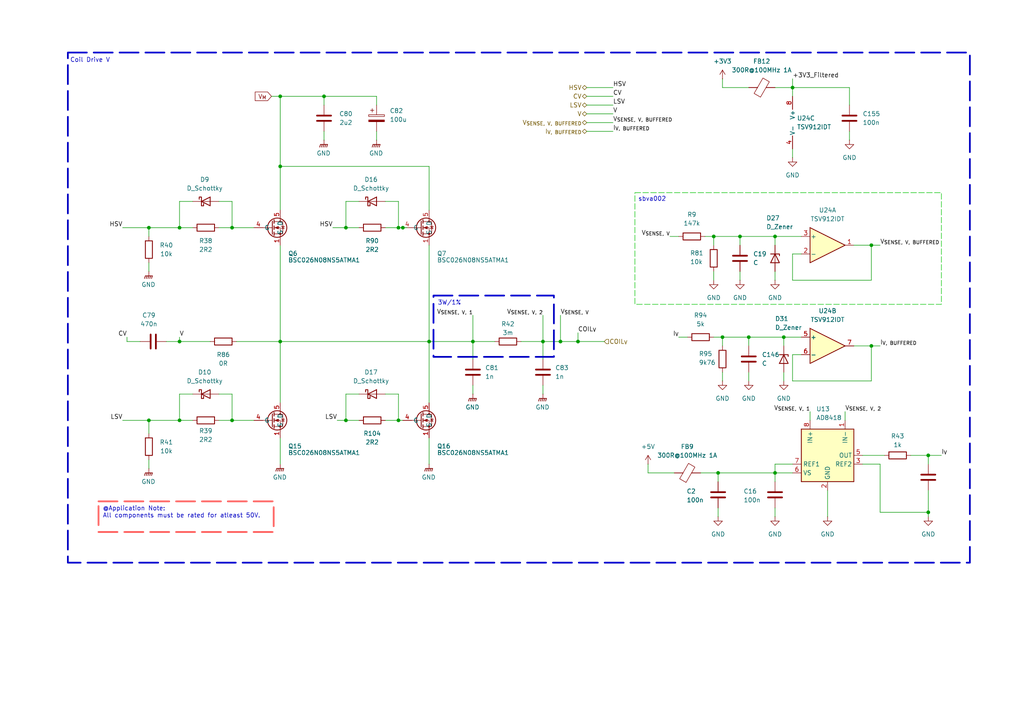
<source format=kicad_sch>
(kicad_sch (version 20231120) (generator "eeschema") (generator_version "8.0")
  (paper "A4")
  (title_block (title "HyperDrive Motor Controller") (rev "Mk. 1") (company "University of Alberta EcoCar Team"))
  (lib_symbols
    (symbol "Amplifier_Current:AD8418"
      (property "Reference" "U" (at -7.62 10.795 0))
      (property "Value" "AD8418" (at -7.62 8.89 0))
      (symbol "AD8418_0_1"
        (rectangle (start -7.62 7.62) (end 7.62 -7.62) (stroke (width 0.254)) (fill (type background)))
      )
      (symbol "AD8418_1_1"
        (pin input line (at 5.08 10.16 270) (length 2.54) (name "IN-") (number "1"))
        (pin power_in line (at 0 -10.16 90) (length 2.54) (name "GND") (number "2"))
        (pin input line (at 10.16 -2.54 180) (length 2.54) (name "REF2") (number "3"))
        (pin no_connect line (at 2.54 -7.62 90) (length 2.54) hide (name "NC") (number "4"))
        (pin output line (at 10.16 0 180) (length 2.54) (name "OUT") (number "5"))
        (pin power_in line (at -10.16 -5.08 0) (length 2.54) (name "VS") (number "6"))
        (pin input line (at -10.16 -2.54 0) (length 2.54) (name "REF1") (number "7"))
        (pin input line (at -5.08 10.16 270) (length 2.54) (name "IN+") (number "8"))
      )
    )
    (symbol "Amplifier_Operational:TSV912IDT" (pin_names (offset 0.127))
      (property "Reference" "U" (at 0 5.08 0))
      (property "Value" "TSV912IDT" (at 0 -5.08 0))
      (symbol "TSV912IDT_1_1"
        (polyline (pts (xy -5.08 5.08) (xy 5.08 0) (xy -5.08 -5.08) (xy -5.08 5.08)) (stroke (width 0.254)) (fill (type background)))
        (pin output line (at 7.62 0 180) (length 2.54) (name "~") (number "1"))
        (pin input line (at -7.62 -2.54 0) (length 2.54) (name "-") (number "2"))
        (pin input line (at -7.62 2.54 0) (length 2.54) (name "+") (number "3"))
      )
      (symbol "TSV912IDT_2_1"
        (polyline (pts (xy -5.08 5.08) (xy 5.08 0) (xy -5.08 -5.08) (xy -5.08 5.08)) (stroke (width 0.254)) (fill (type background)))
        (pin input line (at -7.62 2.54 0) (length 2.54) (name "+") (number "5"))
        (pin input line (at -7.62 -2.54 0) (length 2.54) (name "-") (number "6"))
        (pin output line (at 7.62 0 180) (length 2.54) (name "~") (number "7"))
      )
      (symbol "TSV912IDT_3_1"
        (pin power_in line (at -2.54 -7.62 90) (length 3.81) (name "V-") (number "4"))
        (pin power_in line (at -2.54 7.62 270) (length 3.81) (name "V+") (number "8"))
      )
    )
    (symbol "Device:C" (pin_numbers hide) (pin_names (offset 0.254))
      (property "Reference" "C" (at 0.635 2.54 0))
      (property "Value" "C" (at 0.635 -2.54 0))
      (symbol "C_0_1"
        (polyline (pts (xy -2.032 -0.762) (xy 2.032 -0.762)) (stroke (width 0.508)))
        (polyline (pts (xy -2.032 0.762) (xy 2.032 0.762)) (stroke (width 0.508)))
      )
      (symbol "C_1_1"
        (pin passive line (at 0 3.81 270) (length 2.794) (name "~") (number "1"))
        (pin passive line (at 0 -3.81 90) (length 2.794) (name "~") (number "2"))
      )
    )
    (symbol "Device:C_Polarized" (pin_numbers hide) (pin_names (offset 0.254))
      (property "Reference" "C" (at 0.635 2.54 0))
      (property "Value" "C_Polarized" (at 0.635 -2.54 0))
      (symbol "C_Polarized_0_1"
        (rectangle (start -2.286 0.508) (end 2.286 1.016))
        (polyline (pts (xy -1.778 2.286) (xy -0.762 2.286)))
        (polyline (pts (xy -1.27 2.794) (xy -1.27 1.778)))
        (rectangle (start 2.286 -0.508) (end -2.286 -1.016) (fill (type outline)))
      )
      (symbol "C_Polarized_1_1"
        (pin passive line (at 0 3.81 270) (length 2.794) (name "~") (number "1"))
        (pin passive line (at 0 -3.81 90) (length 2.794) (name "~") (number "2"))
      )
    )
    (symbol "Device:D_Schottky" (pin_numbers hide) (pin_names (offset 1.016) hide)
      (property "Reference" "D" (at 0 2.54 0))
      (property "Value" "D_Schottky" (at 0 -2.54 0))
      (symbol "D_Schottky_0_1"
        (polyline (pts (xy 1.27 0) (xy -1.27 0)))
        (polyline (pts (xy 1.27 1.27) (xy 1.27 -1.27) (xy -1.27 0) (xy 1.27 1.27)) (stroke (width 0.254)))
        (polyline (pts (xy -1.905 0.635) (xy -1.905 1.27) (xy -1.27 1.27) (xy -1.27 -1.27) (xy -0.635 -1.27) (xy -0.635 -0.635)) (stroke (width 0.254)))
      )
      (symbol "D_Schottky_1_1"
        (pin passive line (at -3.81 0 0) (length 2.54) (name "K") (number "1"))
        (pin passive line (at 3.81 0 180) (length 2.54) (name "A") (number "2"))
      )
    )
    (symbol "Device:D_Zener" (pin_numbers hide) (pin_names (offset 1.016) hide)
      (property "Reference" "D" (at 0 2.54 0))
      (property "Value" "D_Zener" (at 0 -2.54 0))
      (symbol "D_Zener_0_1"
        (polyline (pts (xy 1.27 0) (xy -1.27 0)))
        (polyline (pts (xy -1.27 -1.27) (xy -1.27 1.27) (xy -0.762 1.27)) (stroke (width 0.254)))
        (polyline (pts (xy 1.27 -1.27) (xy 1.27 1.27) (xy -1.27 0) (xy 1.27 -1.27)) (stroke (width 0.254)))
      )
      (symbol "D_Zener_1_1"
        (pin passive line (at -3.81 0 0) (length 2.54) (name "K") (number "1"))
        (pin passive line (at 3.81 0 180) (length 2.54) (name "A") (number "2"))
      )
    )
    (symbol "Device:FerriteBead" (pin_numbers hide) (pin_names (offset 0))
      (property "Reference" "FB" (at -3.81 0.635 90))
      (property "Value" "FerriteBead" (at 3.81 0 90))
      (symbol "FerriteBead_0_1"
        (polyline (pts (xy 0 -1.27) (xy 0 -1.2192)))
        (polyline (pts (xy 0 1.27) (xy 0 1.2954)))
        (polyline (pts (xy -2.7686 0.4064) (xy -1.7018 2.2606) (xy 2.7686 -0.3048) (xy 1.6764 -2.159) (xy -2.7686 0.4064)))
      )
      (symbol "FerriteBead_1_1"
        (pin passive line (at 0 3.81 270) (length 2.54) (name "~") (number "1"))
        (pin passive line (at 0 -3.81 90) (length 2.54) (name "~") (number "2"))
      )
    )
    (symbol "Device:R" (pin_numbers hide) (pin_names (offset 0))
      (property "Reference" "R" (at 2.032 0 90))
      (property "Value" "R" (at 0 0 90))
      (symbol "R_0_1"
        (rectangle (start -1.016 -2.54) (end 1.016 2.54) (stroke (width 0.254)))
      )
      (symbol "R_1_1"
        (pin passive line (at 0 3.81 270) (length 1.27) (name "~") (number "1"))
        (pin passive line (at 0 -3.81 90) (length 1.27) (name "~") (number "2"))
      )
    )
    (symbol "ecocad:5 pin NMOS"
      (property "Reference" "Q" (at -6.35 6.35 0))
      (symbol "5 pin NMOS_0_1"
        (circle (center -0.889 0) (radius 2.794) (stroke (width 0.254)))
        (circle (center 0 -1.778) (radius 0.254) (fill (type outline)))
        (polyline (pts (xy -2.286 0) (xy -5.08 0)))
        (polyline (pts (xy -2.286 1.905) (xy -2.286 -1.905)) (stroke (width 0.254)))
        (polyline (pts (xy -1.778 -1.27) (xy -1.778 -2.286)) (stroke (width 0.254)))
        (polyline (pts (xy -1.778 0.508) (xy -1.778 -0.508)) (stroke (width 0.254)))
        (polyline (pts (xy -1.778 2.286) (xy -1.778 1.27)) (stroke (width 0.254)))
        (polyline (pts (xy 0 2.54) (xy 0 1.778)))
        (polyline (pts (xy 0 -2.54) (xy 0 0) (xy -1.778 0)))
        (polyline (pts (xy -1.778 -1.778) (xy 0.762 -1.778) (xy 0.762 1.778) (xy -1.778 1.778)))
        (polyline (pts (xy -1.524 0) (xy -0.508 0.381) (xy -0.508 -0.381) (xy -1.524 0)) (fill (type outline)))
        (polyline (pts (xy 0.254 0.508) (xy 0.381 0.381) (xy 1.143 0.381) (xy 1.27 0.254)))
        (polyline (pts (xy 0.762 0.381) (xy 0.381 -0.254) (xy 1.143 -0.254) (xy 0.762 0.381)))
        (circle (center 0 1.778) (radius 0.254) (fill (type outline)))
      )
      (symbol "5 pin NMOS_1_1"
        (pin passive line (at 0 -5.08 90) (length 2.54) (name "S") (number "1"))
        (pin passive line (at 0 -5.08 90) (length 2.54) hide (name "S") (number "2"))
        (pin passive line (at 0 -5.08 90) (length 2.54) hide (name "S") (number "3"))
        (pin input line (at -7.62 0 0) (length 2.54) (name "G") (number "4"))
        (pin passive line (at 0 5.08 270) (length 2.54) (name "D") (number "5"))
      )
    )
    (symbol "power:+3V3" (power) (pin_numbers hide) (pin_names (offset 0) hide)
      (property "Value" "+3V3" (at 0 3.556 0))
      (symbol "+3V3_0_1"
        (polyline (pts (xy -0.762 1.27) (xy 0 2.54)))
        (polyline (pts (xy 0 0) (xy 0 2.54)))
        (polyline (pts (xy 0 2.54) (xy 0.762 1.27)))
      )
      (symbol "+3V3_1_1"
        (pin power_in line (at 0 0 90) (length 0) (name "~") (number "1"))
      )
    )
    (symbol "power:+5V" (power) (pin_numbers hide) (pin_names (offset 0) hide)
      (property "Value" "+5V" (at 0 3.556 0))
      (symbol "+5V_0_1"
        (polyline (pts (xy -0.762 1.27) (xy 0 2.54)))
        (polyline (pts (xy 0 0) (xy 0 2.54)))
        (polyline (pts (xy 0 2.54) (xy 0.762 1.27)))
      )
      (symbol "+5V_1_1"
        (pin power_in line (at 0 0 90) (length 0) (name "~") (number "1"))
      )
    )
    (symbol "power:GND" (power) (pin_numbers hide) (pin_names (offset 0) hide)
      (property "Value" "GND" (at 0 -3.81 0))
      (symbol "GND_0_1"
        (polyline (pts (xy 0 0) (xy 0 -1.27) (xy 1.27 -1.27) (xy 0 -2.54) (xy -1.27 -1.27) (xy 0 -1.27)))
      )
      (symbol "GND_1_1"
        (pin power_in line (at 0 0 270) (length 0) (name "~") (number "1"))
      )
    )
    (symbol "power:GNDPWR" (power) (pin_numbers hide) (pin_names (offset 0) hide)
      (property "Value" "GNDPWR" (at 0 -3.302 0))
      (symbol "GNDPWR_0_1"
        (polyline (pts (xy 0 -1.27) (xy 0 0)))
        (polyline (pts (xy -1.016 -1.27) (xy -1.27 -2.032) (xy -1.27 -2.032)) (stroke (width 0.2032)))
        (polyline (pts (xy -0.508 -1.27) (xy -0.762 -2.032) (xy -0.762 -2.032)) (stroke (width 0.2032)))
        (polyline (pts (xy 0 -1.27) (xy -0.254 -2.032) (xy -0.254 -2.032)) (stroke (width 0.2032)))
        (polyline (pts (xy 0.508 -1.27) (xy 0.254 -2.032) (xy 0.254 -2.032)) (stroke (width 0.2032)))
        (polyline (pts (xy 1.016 -1.27) (xy -1.016 -1.27) (xy -1.016 -1.27)) (stroke (width 0.2032)))
        (polyline (pts (xy 1.016 -1.27) (xy 0.762 -2.032) (xy 0.762 -2.032) (xy 0.762 -2.032)) (stroke (width 0.2032)))
      )
      (symbol "GNDPWR_1_1"
        (pin power_in line (at 0 0 270) (length 0) (name "~") (number "1"))
      )
    )
  )
  (junction (at 115.57 66.04))
  (junction (at 81.28 48.26))
  (junction (at 224.79 137.16))
  (junction (at 81.28 99.06))
  (junction (at 252.73 71.12))
  (junction (at 217.17 97.79))
  (junction (at 116.84 66.04))
  (junction (at 100.33 121.92))
  (junction (at 229.87 25.4))
  (junction (at 52.07 66.04))
  (junction (at 269.24 132.08))
  (junction (at 93.98 27.94))
  (junction (at 137.16 99.06))
  (junction (at 67.31 66.04))
  (junction (at 124.46 99.06))
  (junction (at 207.01 68.58))
  (junction (at 269.24 148.59))
  (junction (at 43.18 66.04))
  (junction (at 162.56 99.06))
  (junction (at 52.07 121.92))
  (junction (at 209.55 97.79))
  (junction (at 115.57 121.92))
  (junction (at 52.07 99.06))
  (junction (at 208.28 137.16))
  (junction (at 81.28 27.94))
  (junction (at 100.33 66.04))
  (junction (at 214.63 68.58))
  (junction (at 227.33 97.79))
  (junction (at 224.79 68.58))
  (junction (at 157.48 99.06))
  (junction (at 43.18 121.92))
  (junction (at 252.73 100.33))
  (junction (at 167.64 99.06))
  (junction (at 67.31 121.92))
  (wire (pts (xy 207.01 68.58) (xy 214.63 68.58)))
  (wire (pts (xy 124.46 48.26) (xy 81.28 48.26)))
  (wire (pts (xy 43.18 66.04) (xy 43.18 68.58)))
  (wire (pts (xy 170.18 38.1) (xy 177.8 38.1)))
  (wire (pts (xy 167.64 96.52) (xy 167.64 99.06)))
  (wire (pts (xy 273.05 132.08) (xy 269.24 132.08)))
  (wire (pts (xy 67.31 114.3) (xy 67.31 121.92)))
  (wire (pts (xy 35.56 121.92) (xy 43.18 121.92)))
  (wire (pts (xy 250.19 134.62) (xy 255.27 134.62)))
  (wire (pts (xy 100.33 58.42) (xy 100.33 66.04)))
  (wire (pts (xy 170.18 35.56) (xy 177.8 35.56)))
  (wire (pts (xy 55.88 114.3) (xy 52.07 114.3)))
  (wire (pts (xy 245.11 119.38) (xy 245.11 121.92)))
  (wire (pts (xy 224.79 25.4) (xy 229.87 25.4)))
  (wire (pts (xy 81.28 99.06) (xy 124.46 99.06)))
  (wire (pts (xy 229.87 22.86) (xy 229.87 25.4)))
  (wire (pts (xy 209.55 97.79) (xy 209.55 100.33)))
  (wire (pts (xy 111.76 58.42) (xy 115.57 58.42)))
  (wire (pts (xy 43.18 121.92) (xy 52.07 121.92)))
  (wire (pts (xy 229.87 110.49) (xy 252.73 110.49)))
  (wire (pts (xy 247.65 71.12) (xy 252.73 71.12)))
  (wire (pts (xy 250.19 132.08) (xy 256.54 132.08)))
  (wire (pts (xy 207.01 68.58) (xy 207.01 71.12)))
  (wire (pts (xy 227.33 97.79) (xy 232.41 97.79)))
  (wire (pts (xy 269.24 148.59) (xy 269.24 149.86)))
  (wire (pts (xy 196.85 97.79) (xy 199.39 97.79)))
  (wire (pts (xy 52.07 97.79) (xy 52.07 99.06)))
  (wire (pts (xy 246.38 38.1) (xy 246.38 40.64)))
  (wire (pts (xy 170.18 30.48) (xy 177.8 30.48)))
  (wire (pts (xy 157.48 111.76) (xy 157.48 114.3)))
  (wire (pts (xy 115.57 66.04) (xy 116.84 66.04)))
  (wire (pts (xy 214.63 68.58) (xy 214.63 71.12)))
  (wire (pts (xy 269.24 142.24) (xy 269.24 148.59)))
  (wire (pts (xy 162.56 91.44) (xy 162.56 99.06)))
  (wire (pts (xy 170.18 27.94) (xy 177.8 27.94)))
  (wire (pts (xy 167.64 99.06) (xy 175.26 99.06)))
  (wire (pts (xy 157.48 91.44) (xy 157.48 99.06)))
  (wire (pts (xy 232.41 73.66) (xy 229.87 73.66)))
  (wire (pts (xy 63.5 58.42) (xy 67.31 58.42)))
  (wire (pts (xy 67.31 66.04) (xy 73.66 66.04)))
  (wire (pts (xy 224.79 68.58) (xy 232.41 68.58)))
  (wire (pts (xy 227.33 97.79) (xy 227.33 100.33)))
  (wire (pts (xy 187.96 134.62) (xy 187.96 137.16)))
  (wire (pts (xy 229.87 134.62) (xy 224.79 134.62)))
  (wire (pts (xy 208.28 137.16) (xy 224.79 137.16)))
  (wire (pts (xy 36.83 99.06) (xy 40.64 99.06)))
  (wire (pts (xy 81.28 27.94) (xy 81.28 48.26)))
  (wire (pts (xy 246.38 25.4) (xy 229.87 25.4)))
  (wire (pts (xy 252.73 81.28) (xy 252.73 71.12)))
  (wire (pts (xy 234.95 119.38) (xy 234.95 121.92)))
  (wire (pts (xy 115.57 121.92) (xy 116.84 121.92)))
  (wire (pts (xy 209.55 97.79) (xy 217.17 97.79)))
  (wire (pts (xy 209.55 25.4) (xy 217.17 25.4)))
  (wire (pts (xy 194.31 68.58) (xy 196.85 68.58)))
  (wire (pts (xy 81.28 71.12) (xy 81.28 99.06)))
  (wire (pts (xy 246.38 30.48) (xy 246.38 25.4)))
  (wire (pts (xy 208.28 147.32) (xy 208.28 149.86)))
  (wire (pts (xy 68.58 99.06) (xy 81.28 99.06)))
  (wire (pts (xy 81.28 127) (xy 81.28 134.62)))
  (wire (pts (xy 104.14 114.3) (xy 100.33 114.3)))
  (wire (pts (xy 93.98 27.94) (xy 93.98 30.48)))
  (wire (pts (xy 67.31 58.42) (xy 67.31 66.04)))
  (wire (pts (xy 204.47 68.58) (xy 207.01 68.58)))
  (wire (pts (xy 124.46 99.06) (xy 137.16 99.06)))
  (wire (pts (xy 214.63 78.74) (xy 214.63 81.28)))
  (wire (pts (xy 224.79 68.58) (xy 224.79 71.12)))
  (wire (pts (xy 269.24 132.08) (xy 264.16 132.08)))
  (wire (pts (xy 137.16 111.76) (xy 137.16 114.3)))
  (wire (pts (xy 207.01 78.74) (xy 207.01 81.28)))
  (wire (pts (xy 229.87 81.28) (xy 252.73 81.28)))
  (wire (pts (xy 52.07 58.42) (xy 52.07 66.04)))
  (wire (pts (xy 109.22 38.1) (xy 109.22 40.64)))
  (wire (pts (xy 151.13 99.06) (xy 157.48 99.06)))
  (wire (pts (xy 227.33 107.95) (xy 227.33 110.49)))
  (wire (pts (xy 100.33 121.92) (xy 104.14 121.92)))
  (wire (pts (xy 109.22 27.94) (xy 109.22 30.48)))
  (wire (pts (xy 240.03 142.24) (xy 240.03 149.86)))
  (wire (pts (xy 224.79 78.74) (xy 224.79 81.28)))
  (wire (pts (xy 208.28 137.16) (xy 208.28 139.7)))
  (wire (pts (xy 100.33 114.3) (xy 100.33 121.92)))
  (wire (pts (xy 207.01 97.79) (xy 209.55 97.79)))
  (wire (pts (xy 81.28 48.26) (xy 81.28 60.96)))
  (wire (pts (xy 229.87 73.66) (xy 229.87 81.28)))
  (wire (pts (xy 100.33 66.04) (xy 104.14 66.04)))
  (wire (pts (xy 35.56 66.04) (xy 43.18 66.04)))
  (wire (pts (xy 255.27 134.62) (xy 255.27 148.59)))
  (wire (pts (xy 67.31 121.92) (xy 73.66 121.92)))
  (wire (pts (xy 124.46 99.06) (xy 124.46 116.84)))
  (wire (pts (xy 229.87 43.18) (xy 229.87 45.72)))
  (wire (pts (xy 269.24 132.08) (xy 269.24 134.62)))
  (wire (pts (xy 229.87 102.87) (xy 229.87 110.49)))
  (wire (pts (xy 111.76 121.92) (xy 115.57 121.92)))
  (wire (pts (xy 252.73 100.33) (xy 255.27 100.33)))
  (wire (pts (xy 115.57 58.42) (xy 115.57 66.04)))
  (wire (pts (xy 217.17 97.79) (xy 217.17 100.33)))
  (wire (pts (xy 52.07 66.04) (xy 55.88 66.04)))
  (wire (pts (xy 124.46 60.96) (xy 124.46 48.26)))
  (wire (pts (xy 252.73 71.12) (xy 255.27 71.12)))
  (wire (pts (xy 217.17 97.79) (xy 227.33 97.79)))
  (wire (pts (xy 224.79 134.62) (xy 224.79 137.16)))
  (wire (pts (xy 93.98 27.94) (xy 109.22 27.94)))
  (wire (pts (xy 43.18 121.92) (xy 43.18 125.73)))
  (wire (pts (xy 170.18 25.4) (xy 177.8 25.4)))
  (wire (pts (xy 93.98 38.1) (xy 93.98 40.64)))
  (wire (pts (xy 111.76 66.04) (xy 115.57 66.04)))
  (wire (pts (xy 229.87 102.87) (xy 232.41 102.87)))
  (wire (pts (xy 43.18 76.2) (xy 43.18 78.74)))
  (wire (pts (xy 52.07 121.92) (xy 55.88 121.92)))
  (wire (pts (xy 214.63 68.58) (xy 224.79 68.58)))
  (wire (pts (xy 81.28 27.94) (xy 93.98 27.94)))
  (wire (pts (xy 137.16 99.06) (xy 137.16 104.14)))
  (wire (pts (xy 118.11 66.04) (xy 116.84 66.04)))
  (wire (pts (xy 252.73 100.33) (xy 247.65 100.33)))
  (wire (pts (xy 162.56 99.06) (xy 157.48 99.06)))
  (wire (pts (xy 111.76 114.3) (xy 115.57 114.3)))
  (wire (pts (xy 52.07 99.06) (xy 60.96 99.06)))
  (wire (pts (xy 203.2 137.16) (xy 208.28 137.16)))
  (wire (pts (xy 224.79 137.16) (xy 229.87 137.16)))
  (wire (pts (xy 104.14 58.42) (xy 100.33 58.42)))
  (wire (pts (xy 48.26 99.06) (xy 52.07 99.06)))
  (wire (pts (xy 224.79 147.32) (xy 224.79 149.86)))
  (wire (pts (xy 43.18 66.04) (xy 52.07 66.04)))
  (wire (pts (xy 36.83 97.79) (xy 36.83 99.06)))
  (wire (pts (xy 217.17 107.95) (xy 217.17 110.49)))
  (wire (pts (xy 81.28 27.94) (xy 78.74 27.94)))
  (wire (pts (xy 167.64 99.06) (xy 162.56 99.06)))
  (wire (pts (xy 252.73 110.49) (xy 252.73 100.33)))
  (wire (pts (xy 124.46 71.12) (xy 124.46 99.06)))
  (wire (pts (xy 255.27 148.59) (xy 269.24 148.59)))
  (wire (pts (xy 52.07 114.3) (xy 52.07 121.92)))
  (wire (pts (xy 67.31 66.04) (xy 63.5 66.04)))
  (wire (pts (xy 224.79 139.7) (xy 224.79 137.16)))
  (wire (pts (xy 137.16 99.06) (xy 143.51 99.06)))
  (wire (pts (xy 209.55 107.95) (xy 209.55 110.49)))
  (wire (pts (xy 187.96 137.16) (xy 195.58 137.16)))
  (wire (pts (xy 229.87 25.4) (xy 229.87 27.94)))
  (wire (pts (xy 157.48 99.06) (xy 157.48 104.14)))
  (wire (pts (xy 63.5 121.92) (xy 67.31 121.92)))
  (wire (pts (xy 81.28 99.06) (xy 81.28 116.84)))
  (wire (pts (xy 170.18 33.02) (xy 177.8 33.02)))
  (wire (pts (xy 97.79 121.92) (xy 100.33 121.92)))
  (wire (pts (xy 63.5 114.3) (xy 67.31 114.3)))
  (wire (pts (xy 137.16 91.44) (xy 137.16 99.06)))
  (wire (pts (xy 43.18 133.35) (xy 43.18 135.89)))
  (wire (pts (xy 55.88 58.42) (xy 52.07 58.42)))
  (wire (pts (xy 209.55 22.86) (xy 209.55 25.4)))
  (wire (pts (xy 124.46 127) (xy 124.46 134.62)))
  (wire (pts (xy 115.57 114.3) (xy 115.57 121.92)))
  (wire (pts (xy 96.52 66.04) (xy 100.33 66.04)))
  (rectangle (start 19.685 15.24) (end 281.305 163.195) (stroke (width 0.5) (type dash)))
  (text_box "sbva002" (at 184.15 55.88 0) (size 88.9 32.385) (stroke (width 0) (type dash) (color 0 194 0 1)) (effects (font (size 1.27 1.27)) (justify left top)))
  (text_box "@Application Note:\nAll components must be rated for atleast 50V." (at 28.575 145.415 0) (size 50.8 8.89) (stroke (width 0.5) (type dash) (color 255 88 86 1)) (effects (font (size 1.27 1.27)) (justify left top)))
  (text_box "3W/1%" (at 125.73 85.725 0) (size 34.925 17.78) (stroke (width 0.5) (type dash)) (effects (font (size 1.27 1.27)) (justify left top)))
  (text "Coil Drive V" (at 20.32 17.526 0) (effects (font (size 1.27 1.27)) (justify left)))
  (label "HSV" (at 96.52 66.04 180))
  (label "LSV" (at 177.8 30.48 0))
  (label "V" (at 177.8 33.02 0))
  (label "V" (at 52.07 97.79 0))
  (label "V_{SENSE, V, 1}" (at 234.95 119.38 180))
  (label "V_{SENSE, V, BUFFERED}" (at 255.27 71.12 0))
  (label "V_{SENSE, V}" (at 194.31 68.58 180))
  (label "V_{SENSE, V, 2}" (at 245.11 119.38 0))
  (label "HSV" (at 35.56 66.04 180))
  (label "V_{SENSE, V}" (at 162.56 91.44 0))
  (label "I_{V}" (at 273.05 132.08 0))
  (label "CV" (at 36.83 97.79 180))
  (label "HSV" (at 177.8 25.4 0))
  (label "I_{V, BUFFERED}" (at 255.27 100.33 0))
  (label "V_{SENSE, V, 2}" (at 157.48 91.44 180))
  (label "LSV" (at 35.56 121.92 180))
  (label "CV" (at 177.8 27.94 0))
  (label "COIL_{V}" (at 167.64 96.52 0))
  (label "I_{V, BUFFERED}" (at 177.8 38.1 0))
  (label "V_{SENSE, V, 1}" (at 137.16 91.44 180))
  (label "LSV" (at 97.79 121.92 180))
  (label "V_{SENSE, V, BUFFERED}" (at 177.8 35.56 0))
  (label "+3V3_Filtered" (at 229.87 22.86 0))
  (label "I_{V}" (at 196.85 97.79 180))
  (global_label "V_{M}" (shape input) (at 78.74 27.94 180) (property "Intersheetrefs" "${INTERSHEET_REFS}" (effects (hide yes))))
  (hierarchical_label "V" (shape bidirectional) (at 170.18 33.02 180))
  (hierarchical_label "I_{V, BUFFERED}" (shape bidirectional) (at 170.18 38.1 180))
  (hierarchical_label "CV" (shape bidirectional) (at 170.18 27.94 180))
  (hierarchical_label "V_{SENSE, V, BUFFERED}" (shape bidirectional) (at 170.18 35.56 180))
  (hierarchical_label "HSV" (shape bidirectional) (at 170.18 25.4 180))
  (hierarchical_label "LSV" (shape bidirectional) (at 170.18 30.48 180))
  (hierarchical_label "COIL_{V}" (shape input) (at 175.26 99.06 0))
  (symbol (lib_id "Device:D_Schottky") (at 59.69 58.42 0) (unit 1)
    (property "Reference" "D9" (at 59.3725 52.07 0))
    (property "Value" "D_Schottky" (at 59.3725 54.61 0))
    (property "Description" "Schottky diode" (effects (hide yes)))
  )
  (symbol (lib_id "Device:R") (at 107.95 66.04 90) (unit 1)
    (property "Reference" "R90" (at 107.95 69.85 90))
    (property "Value" "2R2" (at 107.95 72.39 90))
    (property "Footprint" "Resistor_SMD:R_0603_1608Metric" (effects (hide yes)))
    (property "Description" "Resistor" (effects (hide yes)))
  )
  (symbol (lib_id "power:GNDPWR") (at 124.46 134.62 0) (unit 1)
    (property "Reference" "#PWR0239" (effects (hide yes)))
    (property "Value" "GND" (at 124.333 138.43 0))
    (property "Description" "Power symbol creates a global label with name \"GNDPWR\" , global ground" (effects (hide yes)))
  )
  (symbol (lib_id "power:GND") (at 224.79 81.28 0) (unit 1)
    (property "Reference" "#PWR0224" (effects (hide yes)))
    (property "Value" "GND" (at 224.79 86.36 0))
    (property "Description" "Power symbol creates a global label with name \"GND\" , ground" (effects (hide yes)))
  )
  (symbol (lib_id "Device:C") (at 208.28 143.51 0) (unit 1)
    (property "Reference" "C2" (at 199.136 142.494 0) (effects (justify left)))
    (property "Value" "100n" (at 199.136 145.034 0) (effects (justify left)))
    (property "Footprint" "Capacitor_SMD:C_0603_1608Metric" (effects (hide yes)))
    (property "Description" "Unpolarized capacitor" (effects (hide yes)))
  )
  (symbol (lib_id "Device:FerriteBead") (at 220.98 25.4 90) (unit 1)
    (property "Reference" "FB12" (at 220.9292 17.78 90))
    (property "Value" "300R@100MHz 1A" (at 220.9292 20.32 90))
    (property "Footprint" "Inductor_SMD:L_0603_1608Metric" (effects (hide yes)))
    (property "Description" "Ferrite bead" (effects (hide yes)))
  )
  (symbol (lib_id "power:GNDPWR") (at 137.16 114.3 0) (unit 1)
    (property "Reference" "#PWR0122" (effects (hide yes)))
    (property "Value" "GND" (at 137.033 118.11 0))
    (property "Description" "Power symbol creates a global label with name \"GNDPWR\" , global ground" (effects (hide yes)))
  )
  (symbol (lib_id "Device:C") (at 224.79 143.51 0) (unit 1)
    (property "Reference" "C16" (at 215.646 142.494 0) (effects (justify left)))
    (property "Value" "100n" (at 215.646 145.034 0) (effects (justify left)))
    (property "Footprint" "Capacitor_SMD:C_0603_1608Metric" (effects (hide yes)))
    (property "Description" "Unpolarized capacitor" (effects (hide yes)))
  )
  (symbol (lib_id "Device:R") (at 64.77 99.06 90) (unit 1)
    (property "Reference" "R86" (at 64.77 102.87 90))
    (property "Value" "0R" (at 64.77 105.41 90))
    (property "Footprint" "Resistor_SMD:R_0603_1608Metric" (effects (hide yes)))
    (property "Description" "Resistor" (effects (hide yes)))
  )
  (symbol (lib_id "Device:R") (at 59.69 121.92 90) (unit 1)
    (property "Reference" "R39" (at 59.69 124.968 90))
    (property "Value" "2R2" (at 59.69 127.508 90))
    (property "Footprint" "Resistor_SMD:R_0603_1608Metric" (effects (hide yes)))
    (property "Description" "Resistor" (effects (hide yes)))
  )
  (symbol (lib_id "Amplifier_Operational:TSV912IDT") (at 232.41 35.56 0) (unit 3)
    (property "Reference" "U24" (at 231.14 34.2899 0) (effects (justify left)))
    (property "Value" "TSV912IDT" (at 231.14 36.8299 0) (effects (justify left)))
    (property "Footprint" "Package_SO:SOIC-8_3.9x4.9mm_P1.27mm" (effects (hide yes)))
    (property "Datasheet" "www.st.com/resource/en/datasheet/tsv911.pdf" (effects (hide yes)))
    (property "Description" "Dual rail-to-rail input/output 8 MHz operational amplifiers, SOIC-8" (effects (hide yes)))
    (property "DK#" "497-8165-1-ND" (effects (hide yes)))
  )
  (symbol (lib_id "ecocad:5 pin NMOS") (at 81.28 121.92 0) (unit 1)
    (property "Reference" "Q15" (at 83.566 129.4129 0) (effects (justify left)))
    (property "Value" "BSC026N08NS5ATMA1" (at 83.566 131.318 0) (effects (justify left)))
    (property "Footprint" "Package_SON:Infineon_PG-TDSON-8_6.15x5.15mm" (effects (hide yes)))
    (property "Datasheet" "https://www.infineon.com/dgdl/Infineon-BSC026N08NS5-DS-v02_01-EN.pdf?fileId=5546d4624ad04ef9014ae2eace7629e0" (effects (hide yes)))
    (property "DK#" "BSC026N08NS5ATMA1CT-ND" (effects (hide yes)))
  )
  (symbol (lib_id "Device:D_Schottky") (at 59.69 114.3 0) (unit 1)
    (property "Reference" "D10" (at 59.3725 107.95 0))
    (property "Value" "D_Schottky" (at 59.3725 110.49 0))
    (property "Description" "Schottky diode" (effects (hide yes)))
  )
  (symbol (lib_id "power:GNDPWR") (at 43.18 135.89 0) (unit 1)
    (property "Reference" "#PWR0117" (effects (hide yes)))
    (property "Value" "GND" (at 43.053 139.7 0))
    (property "Description" "Power symbol creates a global label with name \"GNDPWR\" , global ground" (effects (hide yes)))
  )
  (symbol (lib_id "Device:R") (at 209.55 104.14 180) (unit 1)
    (property "Reference" "R95" (at 202.692 102.616 0) (effects (justify right)))
    (property "Value" "9k76" (at 202.692 105.156 0) (effects (justify right)))
    (property "Footprint" "Resistor_SMD:R_0603_1608Metric" (effects (hide yes)))
    (property "Description" "Resistor" (effects (hide yes)))
  )
  (symbol (lib_id "Amplifier_Operational:TSV912IDT") (at 240.03 71.12 0) (unit 1)
    (property "Reference" "U24" (at 240.03 60.96 0))
    (property "Value" "TSV912IDT" (at 240.03 63.5 0))
    (property "Footprint" "Package_SO:SOIC-8_3.9x4.9mm_P1.27mm" (effects (hide yes)))
    (property "Datasheet" "www.st.com/resource/en/datasheet/tsv911.pdf" (effects (hide yes)))
    (property "Description" "Dual rail-to-rail input/output 8 MHz operational amplifiers, SOIC-8" (effects (hide yes)))
    (property "DK#" "497-8165-1-ND" (effects (hide yes)))
  )
  (symbol (lib_id "Device:C_Polarized") (at 109.22 34.29 0) (unit 1)
    (property "Reference" "C82" (at 113.03 32.1309 0) (effects (justify left)))
    (property "Value" "100u" (at 113.03 34.6709 0) (effects (justify left)))
    (property "Footprint" "Capacitor_SMD:CP_Elec_10x10" (effects (hide yes)))
    (property "Description" "Polarized capacitor" (effects (hide yes)))
    (property "DK#" "565-2511-1-ND" (effects (hide yes)))
  )
  (symbol (lib_id "Device:D_Zener") (at 224.79 74.93 270) (unit 1)
    (property "Reference" "D27" (at 222.25 63.246 90) (effects (justify left)))
    (property "Value" "D_Zener" (at 222.25 65.786 90) (effects (justify left)))
    (property "Description" "Zener diode" (effects (hide yes)))
  )
  (symbol (lib_id "Device:R") (at 59.69 66.04 90) (unit 1)
    (property "Reference" "R38" (at 59.69 69.85 90))
    (property "Value" "2R2" (at 59.69 72.39 90))
    (property "Footprint" "Resistor_SMD:R_0603_1608Metric" (effects (hide yes)))
    (property "Description" "Resistor" (effects (hide yes)))
  )
  (symbol (lib_id "ecocad:5 pin NMOS") (at 81.28 66.04 0) (unit 1)
    (property "Reference" "Q6" (at 83.566 73.5329 0) (effects (justify left)))
    (property "Value" "BSC026N08NS5ATMA1" (at 83.566 75.438 0) (effects (justify left)))
    (property "Footprint" "Package_SON:Infineon_PG-TDSON-8_6.15x5.15mm" (effects (hide yes)))
    (property "Datasheet" "https://www.infineon.com/dgdl/Infineon-BSC026N08NS5-DS-v02_01-EN.pdf?fileId=5546d4624ad04ef9014ae2eace7629e0" (effects (hide yes)))
    (property "DK#" "BSC026N08NS5ATMA1CT-ND" (effects (hide yes)))
  )
  (symbol (lib_id "Device:FerriteBead") (at 199.39 137.16 90) (unit 1)
    (property "Reference" "FB9" (at 199.3392 129.54 90))
    (property "Value" "300R@100MHz 1A" (at 199.3392 132.08 90))
    (property "Footprint" "Inductor_SMD:L_0603_1608Metric" (effects (hide yes)))
    (property "Description" "Ferrite bead" (effects (hide yes)))
  )
  (symbol (lib_id "power:GND") (at 246.38 40.64 0) (unit 1)
    (property "Reference" "#PWR0269" (effects (hide yes)))
    (property "Value" "GND" (at 246.38 45.72 0))
    (property "Description" "Power symbol creates a global label with name \"GND\" , ground" (effects (hide yes)))
  )
  (symbol (lib_id "power:+3V3") (at 209.55 22.86 0) (unit 1)
    (property "Reference" "#PWR0107" (effects (hide yes)))
    (property "Value" "+3V3" (at 209.55 17.78 0))
    (property "Description" "Power symbol creates a global label with name \"+3V3\"" (effects (hide yes)))
  )
  (symbol (lib_id "Device:R") (at 43.18 72.39 180) (unit 1)
    (property "Reference" "R40" (at 48.26 71.12 0))
    (property "Value" "10k" (at 48.26 73.66 0))
    (property "Footprint" "Resistor_SMD:R_0603_1608Metric" (effects (hide yes)))
    (property "Description" "Resistor" (effects (hide yes)))
  )
  (symbol (lib_id "Device:R") (at 200.66 68.58 90) (unit 1)
    (property "Reference" "R9" (at 200.66 62.23 90))
    (property "Value" "147k" (at 200.66 64.77 90))
    (property "Footprint" "Resistor_SMD:R_0603_1608Metric" (effects (hide yes)))
    (property "Description" "Resistor" (effects (hide yes)))
  )
  (symbol (lib_id "power:GND") (at 209.55 110.49 0) (unit 1)
    (property "Reference" "#PWR0247" (effects (hide yes)))
    (property "Value" "GND" (at 209.55 115.57 0))
    (property "Description" "Power symbol creates a global label with name \"GND\" , ground" (effects (hide yes)))
  )
  (symbol (lib_id "Amplifier_Operational:TSV912IDT") (at 240.03 100.33 0) (unit 2)
    (property "Reference" "U24" (at 240.03 90.17 0))
    (property "Value" "TSV912IDT" (at 240.03 92.71 0))
    (property "Footprint" "Package_SO:SOIC-8_3.9x4.9mm_P1.27mm" (effects (hide yes)))
    (property "Datasheet" "www.st.com/resource/en/datasheet/tsv911.pdf" (effects (hide yes)))
    (property "Description" "Dual rail-to-rail input/output 8 MHz operational amplifiers, SOIC-8" (effects (hide yes)))
    (property "DK#" "497-8165-1-ND" (effects (hide yes)))
  )
  (symbol (lib_id "Device:C") (at 214.63 74.93 0) (unit 1)
    (property "Reference" "C19" (at 218.44 73.6599 0) (effects (justify left)))
    (property "Value" "C" (at 218.44 76.1999 0) (effects (justify left)))
    (property "Footprint" "Capacitor_SMD:C_0603_1608Metric" (effects (hide yes)))
    (property "Description" "Unpolarized capacitor" (effects (hide yes)))
  )
  (symbol (lib_id "ecocad:5 pin NMOS") (at 124.46 66.04 0) (unit 1)
    (property "Reference" "Q7" (at 126.746 73.5329 0) (effects (justify left)))
    (property "Value" "BSC026N08NS5ATMA1" (at 126.746 75.438 0) (effects (justify left)))
    (property "Footprint" "Package_SON:Infineon_PG-TDSON-8_6.15x5.15mm" (effects (hide yes)))
    (property "Datasheet" "https://www.infineon.com/dgdl/Infineon-BSC026N08NS5-DS-v02_01-EN.pdf?fileId=5546d4624ad04ef9014ae2eace7629e0" (effects (hide yes)))
    (property "DK#" "BSC026N08NS5ATMA1CT-ND" (effects (hide yes)))
  )
  (symbol (lib_id "Device:C") (at 44.45 99.06 270) (unit 1)
    (property "Reference" "C79" (at 43.18 91.44 90))
    (property "Value" "470n" (at 43.18 93.98 90))
    (property "Footprint" "Capacitor_SMD:C_0603_1608Metric" (effects (hide yes)))
    (property "Description" "Unpolarized capacitor" (effects (hide yes)))
  )
  (symbol (lib_id "Device:D_Schottky") (at 107.95 114.3 0) (unit 1)
    (property "Reference" "D17" (at 107.6325 107.95 0))
    (property "Value" "D_Schottky" (at 107.6325 110.49 0))
    (property "Description" "Schottky diode" (effects (hide yes)))
  )
  (symbol (lib_id "power:GND") (at 227.33 110.49 0) (unit 1)
    (property "Reference" "#PWR0249" (effects (hide yes)))
    (property "Value" "GND" (at 227.33 115.57 0))
    (property "Description" "Power symbol creates a global label with name \"GND\" , ground" (effects (hide yes)))
  )
  (symbol (lib_id "power:GND") (at 208.28 149.86 0) (unit 1)
    (property "Reference" "#PWR023" (effects (hide yes)))
    (property "Value" "GND" (at 208.28 154.94 0))
    (property "Description" "Power symbol creates a global label with name \"GND\" , ground" (effects (hide yes)))
  )
  (symbol (lib_id "power:GND") (at 269.24 149.86 0) (unit 1)
    (property "Reference" "#PWR0127" (effects (hide yes)))
    (property "Value" "GND" (at 269.24 154.94 0))
    (property "Description" "Power symbol creates a global label with name \"GND\" , ground" (effects (hide yes)))
  )
  (symbol (lib_id "power:GND") (at 224.79 149.86 0) (unit 1)
    (property "Reference" "#PWR0119" (effects (hide yes)))
    (property "Value" "GND" (at 224.79 154.94 0))
    (property "Description" "Power symbol creates a global label with name \"GND\" , ground" (effects (hide yes)))
  )
  (symbol (lib_id "Device:R") (at 207.01 74.93 180) (unit 1)
    (property "Reference" "R81" (at 200.152 73.406 0) (effects (justify right)))
    (property "Value" "10k" (at 200.152 75.946 0) (effects (justify right)))
    (property "Footprint" "Resistor_SMD:R_0603_1608Metric" (effects (hide yes)))
    (property "Description" "Resistor" (effects (hide yes)))
  )
  (symbol (lib_id "power:GNDPWR") (at 81.28 134.62 0) (unit 1)
    (property "Reference" "#PWR0120" (effects (hide yes)))
    (property "Value" "GND" (at 81.153 138.43 0))
    (property "Description" "Power symbol creates a global label with name \"GNDPWR\" , global ground" (effects (hide yes)))
  )
  (symbol (lib_id "Device:C") (at 269.24 138.43 0) (unit 1)
    (property "Reference" "C85" (effects (hide yes)))
    (property "Value" "2n2" (effects (hide yes)))
    (property "Footprint" "Capacitor_SMD:C_0603_1608Metric" (effects (hide yes)))
    (property "Description" "Unpolarized capacitor" (effects (hide yes)))
  )
  (symbol (lib_id "Device:D_Schottky") (at 107.95 58.42 0) (unit 1)
    (property "Reference" "D16" (at 107.6325 52.07 0))
    (property "Value" "D_Schottky" (at 107.6325 54.61 0))
    (property "Description" "Schottky diode" (effects (hide yes)))
  )
  (symbol (lib_id "power:GND") (at 214.63 81.28 0) (unit 1)
    (property "Reference" "#PWR0223" (effects (hide yes)))
    (property "Value" "GND" (at 214.63 86.36 0))
    (property "Description" "Power symbol creates a global label with name \"GND\" , ground" (effects (hide yes)))
  )
  (symbol (lib_id "Device:R") (at 43.18 129.54 180) (unit 1)
    (property "Reference" "R41" (at 48.26 128.27 0))
    (property "Value" "10k" (at 48.26 130.81 0))
    (property "Footprint" "Resistor_SMD:R_0603_1608Metric" (effects (hide yes)))
    (property "Description" "Resistor" (effects (hide yes)))
  )
  (symbol (lib_id "power:GNDPWR") (at 109.22 40.64 0) (unit 1)
    (property "Reference" "#PWR0123" (effects (hide yes)))
    (property "Value" "GND" (at 109.093 44.45 0))
    (property "Description" "Power symbol creates a global label with name \"GNDPWR\" , global ground" (effects (hide yes)))
  )
  (symbol (lib_id "power:GND") (at 217.17 110.49 0) (unit 1)
    (property "Reference" "#PWR0248" (effects (hide yes)))
    (property "Value" "GND" (at 217.17 115.57 0))
    (property "Description" "Power symbol creates a global label with name \"GND\" , ground" (effects (hide yes)))
  )
  (symbol (lib_id "Device:R") (at 107.95 121.92 90) (unit 1)
    (property "Reference" "R104" (at 107.95 125.73 90))
    (property "Value" "2R2" (at 107.95 128.27 90))
    (property "Footprint" "Resistor_SMD:R_0603_1608Metric" (effects (hide yes)))
    (property "Description" "Resistor" (effects (hide yes)))
  )
  (symbol (lib_id "Device:C") (at 137.16 107.95 0) (unit 1)
    (property "Reference" "C81" (at 140.716 106.68 0) (effects (justify left)))
    (property "Value" "1n" (at 140.716 109.22 0) (effects (justify left)))
    (property "Footprint" "Capacitor_SMD:C_0603_1608Metric" (effects (hide yes)))
    (property "Description" "Unpolarized capacitor" (effects (hide yes)))
  )
  (symbol (lib_id "Device:R") (at 147.32 99.06 90) (unit 1)
    (property "Reference" "R42" (at 147.32 93.98 90))
    (property "Value" "3m" (at 147.32 96.52 90))
    (property "Footprint" "Resistor_SMD:R_2512_6332Metric" (effects (hide yes)))
    (property "Description" "Resistor" (effects (hide yes)))
    (property "DK#" "118-CSS2H-2512K-3L00FECT-ND" (effects (hide yes)))
  )
  (symbol (lib_id "Device:C") (at 246.38 34.29 0) (unit 1)
    (property "Reference" "C155" (at 250.19 33.0199 0) (effects (justify left)))
    (property "Value" "100n" (at 250.19 35.5599 0) (effects (justify left)))
    (property "Footprint" "Capacitor_SMD:C_0603_1608Metric" (effects (hide yes)))
    (property "Description" "Unpolarized capacitor" (effects (hide yes)))
  )
  (symbol (lib_id "Device:C") (at 217.17 104.14 0) (unit 1)
    (property "Reference" "C146" (at 220.98 102.8699 0) (effects (justify left)))
    (property "Value" "C" (at 220.98 105.4099 0) (effects (justify left)))
    (property "Footprint" "Capacitor_SMD:C_0603_1608Metric" (effects (hide yes)))
    (property "Description" "Unpolarized capacitor" (effects (hide yes)))
  )
  (symbol (lib_id "power:GND") (at 207.01 81.28 0) (unit 1)
    (property "Reference" "#PWR0222" (effects (hide yes)))
    (property "Value" "GND" (at 207.01 86.36 0))
    (property "Description" "Power symbol creates a global label with name \"GND\" , ground" (effects (hide yes)))
  )
  (symbol (lib_id "power:GNDPWR") (at 157.48 114.3 0) (unit 1)
    (property "Reference" "#PWR0124" (effects (hide yes)))
    (property "Value" "GND" (at 157.353 118.11 0))
    (property "Description" "Power symbol creates a global label with name \"GNDPWR\" , global ground" (effects (hide yes)))
  )
  (symbol (lib_id "ecocad:5 pin NMOS") (at 124.46 121.92 0) (unit 1)
    (property "Reference" "Q16" (at 126.746 129.4129 0) (effects (justify left)))
    (property "Value" "BSC026N08NS5ATMA1" (at 126.746 131.318 0) (effects (justify left)))
    (property "Footprint" "Package_SON:Infineon_PG-TDSON-8_6.15x5.15mm" (effects (hide yes)))
    (property "Datasheet" "https://www.infineon.com/dgdl/Infineon-BSC026N08NS5-DS-v02_01-EN.pdf?fileId=5546d4624ad04ef9014ae2eace7629e0" (effects (hide yes)))
    (property "DK#" "BSC026N08NS5ATMA1CT-ND" (effects (hide yes)))
  )
  (symbol (lib_id "power:+5V") (at 187.96 134.62 0) (unit 1)
    (property "Reference" "#PWR022" (effects (hide yes)))
    (property "Value" "+5V" (at 187.96 129.54 0))
    (property "Description" "Power symbol creates a global label with name \"+5V\"" (effects (hide yes)))
  )
  (symbol (lib_id "power:GNDPWR") (at 93.98 40.64 0) (unit 1)
    (property "Reference" "#PWR0121" (effects (hide yes)))
    (property "Value" "GND" (at 93.853 44.45 0))
    (property "Description" "Power symbol creates a global label with name \"GNDPWR\" , global ground" (effects (hide yes)))
  )
  (symbol (lib_id "Device:D_Zener") (at 227.33 104.14 270) (unit 1)
    (property "Reference" "D31" (at 224.79 92.456 90) (effects (justify left)))
    (property "Value" "D_Zener" (at 224.79 94.996 90) (effects (justify left)))
    (property "Description" "Zener diode" (effects (hide yes)))
  )
  (symbol (lib_id "Device:R") (at 203.2 97.79 90) (unit 1)
    (property "Reference" "R94" (at 203.2 91.44 90))
    (property "Value" "5k" (at 203.2 93.98 90))
    (property "Footprint" "Resistor_SMD:R_0603_1608Metric" (effects (hide yes)))
    (property "Description" "Resistor" (effects (hide yes)))
  )
  (symbol (lib_id "power:GND") (at 240.03 149.86 0) (unit 1)
    (property "Reference" "#PWR0125" (effects (hide yes)))
    (property "Value" "GND" (at 240.03 154.94 0))
    (property "Description" "Power symbol creates a global label with name \"GND\" , ground" (effects (hide yes)))
  )
  (symbol (lib_id "Device:R") (at 260.35 132.08 90) (unit 1)
    (property "Reference" "R43" (at 260.35 126.492 90))
    (property "Value" "1k" (at 260.35 129.032 90))
    (property "Footprint" "Resistor_SMD:R_0603_1608Metric" (effects (hide yes)))
    (property "Description" "Resistor" (effects (hide yes)))
  )
  (symbol (lib_id "Device:C") (at 93.98 34.29 0) (unit 1)
    (property "Reference" "C80" (at 100.33 33.02 0))
    (property "Value" "2u2" (at 100.33 35.56 0))
    (property "Footprint" "Capacitor_SMD:C_1210_3225Metric" (effects (hide yes)))
    (property "Description" "Unpolarized capacitor" (effects (hide yes)))
  )
  (symbol (lib_id "power:GND") (at 229.87 45.72 0) (unit 1)
    (property "Reference" "#PWR0221" (effects (hide yes)))
    (property "Value" "GND" (at 229.87 50.8 0))
    (property "Description" "Power symbol creates a global label with name \"GND\" , ground" (effects (hide yes)))
  )
  (symbol (lib_id "Device:C") (at 157.48 107.95 0) (unit 1)
    (property "Reference" "C83" (at 161.036 106.68 0) (effects (justify left)))
    (property "Value" "1n" (at 161.036 109.22 0) (effects (justify left)))
    (property "Footprint" "Capacitor_SMD:C_0603_1608Metric" (effects (hide yes)))
    (property "Description" "Unpolarized capacitor" (effects (hide yes)))
  )
  (symbol (lib_id "Amplifier_Current:AD8418") (at 240.03 132.08 0) (unit 1)
    (property "Reference" "U13" (at 236.728 118.618 0) (effects (justify left)))
    (property "Value" "AD8418" (at 236.728 121.158 0) (effects (justify left)))
    (property "Footprint" "Package_SO:SOIC-8_3.9x4.9mm_P1.27mm" (effects (hide yes)))
    (property "Datasheet" "https://www.analog.com/media/en/technical-documentation/data-sheets/AD8418.pdf" (effects (hide yes)))
    (property "Description" "70V Bidirectional, Zero Drift, Current Sense Amplifier, 20V/V gain, bandwidth 250kHz, VS=2.7V~5.5V, SOIC-8/MSOP-8" (effects (hide yes)))
    (property "DK#" "505-AD8418BRMZ-RLCT-ND" (effects (hide yes)))
    (property "LCSC Part#" "C462197" (effects (hide yes)))
  )
  (symbol (lib_id "power:GNDPWR") (at 43.18 78.74 0) (unit 1)
    (property "Reference" "#PWR0116" (effects (hide yes)))
    (property "Value" "GND" (at 43.053 82.55 0))
    (property "Description" "Power symbol creates a global label with name \"GNDPWR\" , global ground" (effects (hide yes)))
  )
)
</source>
